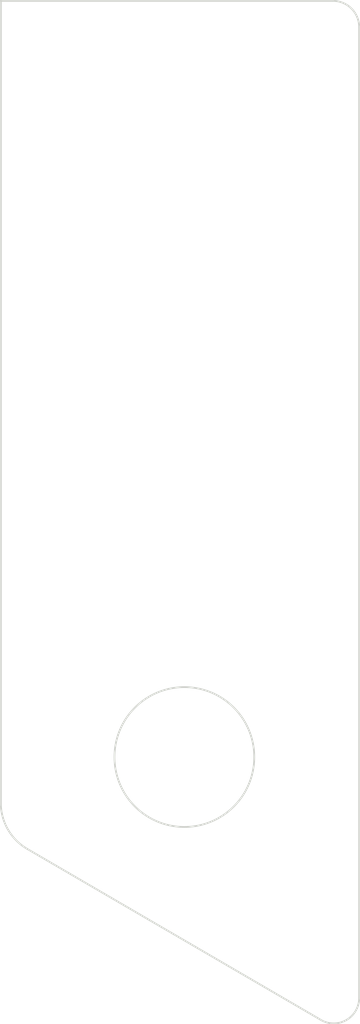
<source format=kicad_pcb>
(kicad_pcb (version 20211014) (generator pcbnew)
  (layers (0 "F.Cu" signal) (31 "B.Cu" signal) (34 "B.Paste" user) (35 "F.Paste" user) (36 "B.SilkS" user "B.Silkscreen") (37 "F.SilkS" user "F.Silkscreen") (38 "B.Mask" user) (39 "F.Mask" user) (44 "Edge.Cuts" user))
  (net 0 "")
  (footprint "kbd:thread_m2" (layer "F.Cu") (at 138.75 84)
    (fp_text reference "H7" hide)
    (fp_text value "MountingHole" hide)
    (pad "" np_thru_hole circle locked (at 0 0) (size 2.3 2.3) (drill 2.3) (layers *.Cu *.Mask))
  )
  (footprint "kbd:thread_m2" (layer "F.Cu") (at 130 84)
    (fp_text reference "H6" hide)
    (fp_text value "MountingHole" hide)
    (pad "" np_thru_hole circle locked (at 0 0) (size 2.3 2.3) (drill 2.3) (layers *.Cu *.Mask))
  )
  (footprint "kbd:thread_m2" (layer "F.Cu") (at 138.75 84)
    (fp_text reference "H7" hide)
    (fp_text value "MountingHole" hide)
    (pad "" np_thru_hole circle locked (at 0 0) (size 2.3 2.3) (drill 2.3) (layers *.Cu *.Mask))
  )
  (footprint "kbd:thread_m2" (layer "F.Cu") (at 130 84)
    (fp_text reference "H6" hide)
    (fp_text value "MountingHole" hide)
    (pad "" np_thru_hole circle locked (at 0 0) (size 2.3 2.3) (drill 2.3) (layers *.Cu *.Mask))
  )
  (gr_arc (start 146 117) (mid 145.251221 118.302195) (end 143.75 118.25) (layer "Edge.Cuts") (width 0.1))
  (gr_line (start 125.5 106) (end 125.5 60) (layer "Edge.Cuts") (width 0.1))
  (gr_arc (start 144.5 60) (mid 145.56066 60.43934) (end 146 61.5) (layer "Edge.Cuts") (width 0.1))
  (gr_line (start 127 108.5) (end 143.75 118.25) (layer "Edge.Cuts") (width 0.1))
  (gr_arc (start 127 108.5) (mid 125.931823 107.440906) (end 125.5 106) (layer "Edge.Cuts") (width 0.1))
  (gr_line (start 146 117) (end 146 61.5) (layer "Edge.Cuts") (width 0.1))
  (gr_circle (center 136 103.25) (end 136 99.25) (layer "Edge.Cuts") (width 0.1) (fill none))
  (gr_line (start 144.5 60) (end 125.5 60) (layer "Edge.Cuts") (width 0.1))
)
</source>
